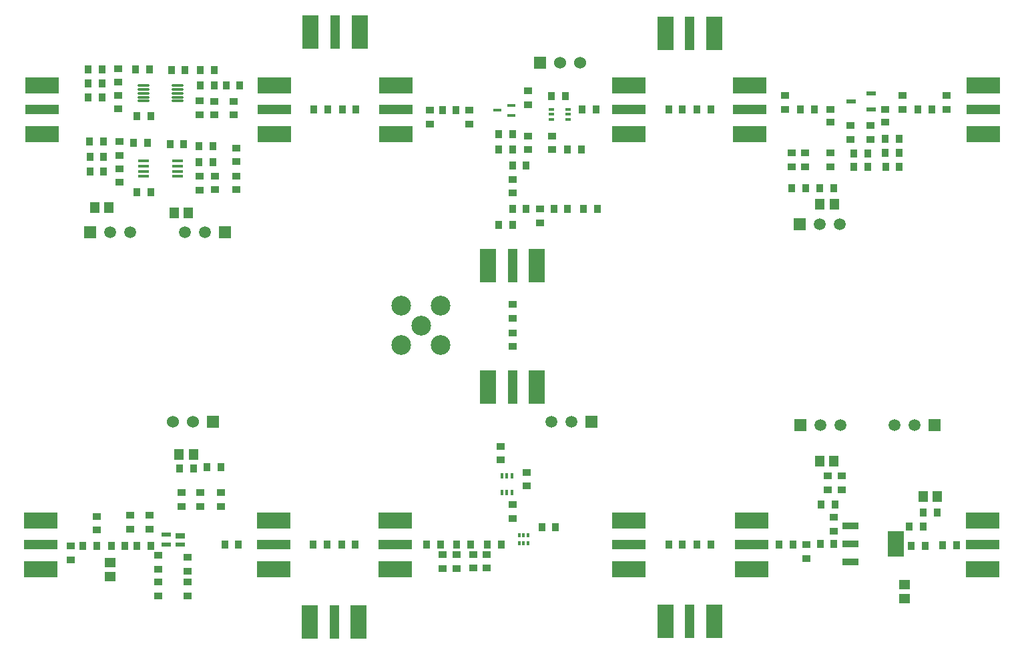
<source format=gbr>
%FSTAX44Y44*%
%MOMM*%
%SFA1B1*%

%IPPOS*%
%AMD23*
4,1,8,-0.701040,-0.139700,0.701040,-0.139700,0.734060,-0.104140,0.734060,0.104140,0.701040,0.139700,-0.701040,0.139700,-0.734060,0.104140,-0.734060,-0.104140,-0.701040,-0.139700,0.0*
1,1,0.070000,-0.701040,-0.104140*
1,1,0.070000,0.701040,-0.104140*
1,1,0.070000,0.701040,0.104140*
1,1,0.070000,-0.701040,0.104140*
%
%ADD11R,0.999998X0.899998*%
%ADD12R,0.899998X0.999998*%
%ADD13R,4.199992X1.199998*%
%ADD14R,4.199992X1.999996*%
%ADD15R,2.099996X0.899998*%
%ADD16R,2.099996X3.199994*%
%ADD17R,1.399997X1.199998*%
%ADD18R,1.199998X1.399997*%
%ADD19R,0.787398X0.355599*%
%ADD20R,1.199998X4.199992*%
%ADD21R,1.999996X4.199992*%
%ADD22R,1.422397X0.431799*%
G04~CAMADD=23~8~0.0~0.0~578.7~110.2~13.8~0.0~15~0.0~0.0~0.0~0.0~0~0.0~0.0~0.0~0.0~0~0.0~0.0~0.0~180.0~578.0~110.0*
%ADD23D23*%
%ADD24R,0.355599X0.787398*%
%ADD25R,0.304799X0.507999*%
%ADD26R,1.142998X0.457199*%
%ADD27R,1.149998X0.599999*%
%ADD28R,1.149998X0.499999*%
%ADD29R,1.149998X0.799998*%
%ADD30R,1.019998X0.889998*%
%ADD76C,1.499997*%
%ADD77R,1.499997X1.499997*%
%ADD78R,1.529997X1.529997*%
%ADD79C,1.529997*%
%ADD80C,2.499995*%
%LNradar_1ghz_pads_top-1*%
%LPD*%
G54D11*
X00995999Y-00196749D03*
Y-00179249D03*
X01024999Y-00606249D03*
Y-00588749D03*
X01032499Y-00658749D03*
Y-00641249D03*
X00097499Y-00639999D03*
Y-00657499D03*
X00674999Y-00157499D03*
Y-00174999D03*
X00624999Y-00407249D03*
Y-00424749D03*
X00659999Y-00249999D03*
Y-00267499D03*
X00254999Y-00627249D03*
Y-00609749D03*
X00064999Y-00694999D03*
Y-00677499D03*
X00624999Y-00388749D03*
Y-00371249D03*
X00212999Y-00723249D03*
Y-00740749D03*
X00204999Y-00610249D03*
Y-00627749D03*
X00139999Y-00656249D03*
Y-00638749D03*
X00164999D03*
Y-00656249D03*
X01042499Y-00588749D03*
Y-00606249D03*
X01027999Y-00196749D03*
Y-00179249D03*
X00246749Y-00113499D03*
Y-00130999D03*
X00228499Y-00130749D03*
Y-00113249D03*
X00125249Y-00123249D03*
Y-00105749D03*
X00126749Y-00181999D03*
Y-00164499D03*
X00274749Y-00190249D03*
Y-00172749D03*
X00124999Y-00089499D03*
Y-00071999D03*
X00126499Y-00216499D03*
Y-00198999D03*
X00227999Y-00225999D03*
Y-00208499D03*
X00247749Y-00208249D03*
Y-00225749D03*
X00591999Y-00688249D03*
Y-00705749D03*
X00554139Y-00688649D03*
Y-00706149D03*
X00212999Y-00691999D03*
Y-00709499D03*
X00644999Y-00117999D03*
Y-00100499D03*
Y-00174999D03*
Y-00157499D03*
X00624999Y-00212499D03*
Y-00229999D03*
X00274749Y-00208249D03*
Y-00225749D03*
X00271249Y-00113499D03*
Y-00130999D03*
X00609999Y-00551249D03*
Y-00568749D03*
X00624999Y-00625249D03*
Y-00642749D03*
X00642999Y-00584249D03*
Y-00601749D03*
X00574999Y-00688249D03*
Y-00705749D03*
X00536359Y-00688649D03*
Y-00706149D03*
X01175999Y-00123999D03*
Y-00106499D03*
X00970999Y-00123749D03*
Y-00106249D03*
X01119999Y-00123999D03*
Y-00106499D03*
X01078999Y-00161749D03*
Y-00144249D03*
X01053999Y-00161749D03*
Y-00144249D03*
X00978999Y-00179249D03*
Y-00196749D03*
X00997499Y-00676249D03*
Y-00693749D03*
X00175999Y-00723249D03*
Y-00740749D03*
Y-00689499D03*
Y-00706999D03*
X00228749Y-00609749D03*
Y-00627249D03*
X00519999Y-00124999D03*
Y-00142499D03*
X00569999Y-00124999D03*
Y-00142499D03*
G54D12*
X01075749Y-00196999D03*
X01058249D03*
X01015249Y-00674999D03*
X01032749D03*
X01170749Y-00676499D03*
X01188249D03*
X01148249Y-00677999D03*
X01130749D03*
X01145749Y-00652999D03*
X01128249D03*
X00963249Y-00675999D03*
X00980749D03*
X01146249Y-00635D03*
X01163749D03*
X00677499Y-00249999D03*
X00694999D03*
X00730999Y-00123999D03*
X00713499D03*
X00607499Y-00269999D03*
X00624999D03*
X00642499Y-00249999D03*
X00624999D03*
X00859249Y-00675999D03*
X00876749D03*
X00823249D03*
X00840749D03*
X00202749Y-00578999D03*
X00220249D03*
X00097499Y-00677499D03*
X00079999D03*
X00859249Y-00123999D03*
X00876749D03*
X00823249D03*
X00840749D03*
X00408249Y-00675999D03*
X00425749D03*
X00372249D03*
X00389749D03*
X00426749Y-00123999D03*
X00409249D03*
X00390749D03*
X00373249D03*
X00255249Y-00577999D03*
X00237749D03*
X01058249Y-00179999D03*
X01075749D03*
X01115749Y-00196999D03*
X01098249D03*
X00996749Y-00223999D03*
X00979249D03*
X00662249Y-00653999D03*
X00679749D03*
X00104739Y-00108299D03*
X00087239D03*
X00144499Y-00165999D03*
X00161999D03*
X00227249Y-00190749D03*
X00244749D03*
X00147249Y-00072749D03*
X00164749D03*
X00228999Y-00092999D03*
X00246499D03*
X00261749D03*
X00279249D03*
X00106499Y-00202249D03*
X00088999D03*
X00133749Y-00677499D03*
X00116249D03*
X00536249Y-00124999D03*
X00553749D03*
X00607499Y-00154999D03*
X00624999D03*
X00642499Y-00194999D03*
X00624999D03*
X00209749Y-00073749D03*
X00192249D03*
X00148499Y-00229249D03*
X00165999D03*
X00148749Y-00132249D03*
X00166249D03*
X00208249Y-00168249D03*
X00190749D03*
X00106249Y-00164249D03*
X00088749D03*
X00104739Y-00072739D03*
X00087239D03*
X00106499Y-00183749D03*
X00088999D03*
X00227499Y-00170749D03*
X00244999D03*
X00104739Y-00090519D03*
X00087239D03*
X00229249Y-00073749D03*
X00246749D03*
X00610749Y-00675999D03*
X00593249D03*
X00571749D03*
X00554249D03*
X00533749D03*
X00516249D03*
X01139249Y-00123999D03*
X01156749D03*
X00990249D03*
X01007749D03*
X01097999Y-00178999D03*
X01115499D03*
X01097999Y-00160999D03*
X01115499D03*
X01032499Y-00223999D03*
X01014999D03*
X01033999Y-00624999D03*
X01016499D03*
X00260249Y-00675999D03*
X00277749D03*
X00148749Y-00677499D03*
X00166249D03*
X00714999Y-00249999D03*
X00732499D03*
X00712499Y-00174999D03*
X00694999D03*
X00607499D03*
X00624999D03*
X00674331Y-00106917D03*
X00691831D03*
G54D13*
X00321999Y-00675999D03*
X00027999Y-00123999D03*
X00322999D03*
X00026999Y-00675999D03*
X00772999Y-00123999D03*
X01220999Y-00675999D03*
X00925999Y-00123999D03*
X00772999Y-00675999D03*
X00927999D03*
X01221999Y-00123999D03*
X00475999Y-00675999D03*
X00476999Y-00123999D03*
G54D14*
X00321999Y-00706999D03*
Y-00644999D03*
X00027999Y-00092999D03*
Y-00154999D03*
X00322999D03*
Y-00092999D03*
X00026999Y-00706999D03*
Y-00644999D03*
X00772999Y-00092999D03*
Y-00154999D03*
X01220999Y-00644999D03*
Y-00706999D03*
X00925999Y-00154999D03*
Y-00092999D03*
X00772999Y-00644999D03*
Y-00706999D03*
X00927999D03*
Y-00644999D03*
X01221999Y-00092999D03*
Y-00154999D03*
X00475999Y-00706999D03*
Y-00644999D03*
X00476999Y-00154999D03*
Y-00092999D03*
G54D15*
X01053999Y-00651999D03*
Y-00674999D03*
Y-00697999D03*
G54D16*
X01110999Y-00674999D03*
G54D17*
X01121999Y-00726499D03*
Y-00744499D03*
X00114999Y-00716499D03*
Y-006985D03*
G54D18*
X01163999Y-00614999D03*
X01145999D03*
X00195999Y-00254999D03*
X00213999D03*
X00202249Y-00561749D03*
X00220249D03*
X00113249Y-00248499D03*
X0009525D03*
X01014999Y-00243999D03*
X01032999D03*
X01014499Y-00569999D03*
X01032499D03*
G54D19*
X00674331Y-00123499D03*
Y-00129999D03*
Y-00136499D03*
X00695667D03*
Y-00129999D03*
Y-00123499D03*
G54D20*
X00624999Y-00475999D03*
X00849999Y-00772999D03*
X00398999Y-00773999D03*
X00849999Y-00026999D03*
X00399999Y-00025999D03*
X00624999Y-00321999D03*
G54D21*
X00655999Y-00475999D03*
X00593999D03*
X00818999Y-00772999D03*
X00880999D03*
X00367999Y-00773999D03*
X00429999D03*
X00818999Y-00026999D03*
X00880999D03*
X00368999Y-00025999D03*
X00430999D03*
X00655999Y-00321999D03*
X00593999D03*
G54D22*
X00200466Y-00208749D03*
Y-00202249D03*
Y-00195749D03*
Y-00189249D03*
X00157032D03*
Y-00195749D03*
Y-00202249D03*
Y-00208749D03*
G54D23*
X00200399Y-00113219D03*
Y-00108219D03*
Y-00103219D03*
Y-00098219D03*
Y-00093219D03*
X00157399D03*
Y-00098219D03*
Y-00103219D03*
Y-00108219D03*
Y-00113219D03*
G54D24*
X00624499Y-00609667D03*
X00617999D03*
X00611499D03*
Y-00588331D03*
X00617999D03*
X00624499D03*
G54D25*
X0063373Y-00664379D03*
X00639229D03*
X00644729D03*
Y-00674379D03*
X00639229D03*
X0063373D03*
G54D26*
X00606109Y-00124999D03*
X00623889Y-00118499D03*
Y-00131499D03*
G54D27*
X01054299Y-00113999D03*
X01079699Y-00103839D03*
Y-00124159D03*
G54D28*
X00203999Y-00675999D03*
X00185499Y-00662999D03*
Y-00675999D03*
G54D29*
X00203999Y-00664499D03*
G54D30*
X01027999Y-00123859D03*
Y-00140139D03*
X01097999Y-00140279D03*
Y-00123999D03*
G54D76*
X01040399Y-00269499D03*
X01014999D03*
X00674599Y-00519999D03*
X00699999D03*
X01134599Y-00524499D03*
X01109199D03*
X010154D03*
X010408D03*
X00234999Y-00279999D03*
X00209599D03*
X00114999D03*
X00140399D03*
G54D77*
X00989599Y-00269499D03*
X00725399Y-00519999D03*
X01159999Y-00524499D03*
X0099D03*
X00260399Y-00279999D03*
X00089599D03*
G54D78*
X00659599Y-00064999D03*
X00245399Y-00519999D03*
G54D79*
X00684999Y-00064999D03*
X00710399D03*
X00194599Y-00519999D03*
X00219999D03*
G54D80*
X00508999Y-00397999D03*
X00483999Y-00372999D03*
Y-00422999D03*
X00533999D03*
Y-00372999D03*
M02*
</source>
